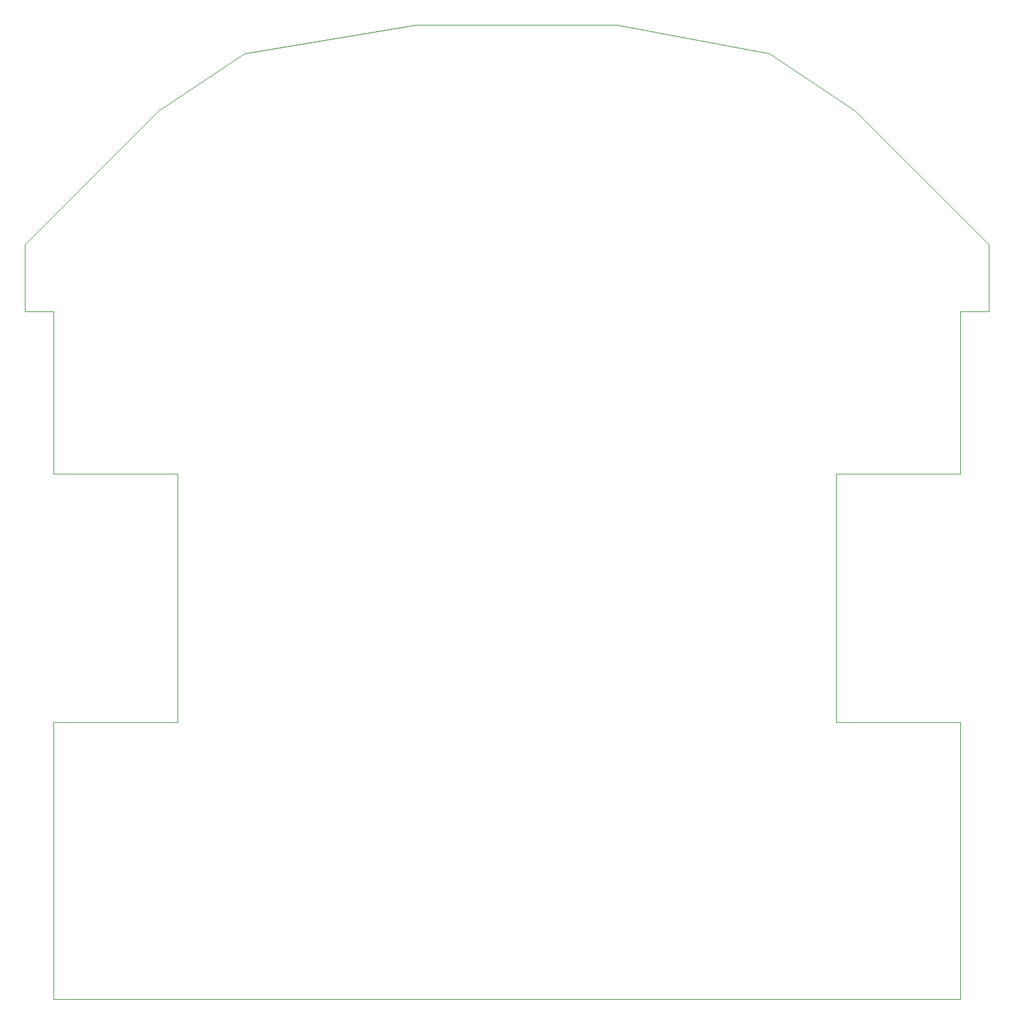
<source format=gm1>
G04 #@! TF.GenerationSoftware,KiCad,Pcbnew,8.0.4*
G04 #@! TF.CreationDate,2024-08-16T09:30:41-05:00*
G04 #@! TF.ProjectId,MotorBoardv3_2,4d6f746f-7242-46f6-9172-6476335f322e,V2.0.2b*
G04 #@! TF.SameCoordinates,Original*
G04 #@! TF.FileFunction,Profile,NP*
%FSLAX46Y46*%
G04 Gerber Fmt 4.6, Leading zero omitted, Abs format (unit mm)*
G04 Created by KiCad (PCBNEW 8.0.4) date 2024-08-16 09:30:41*
%MOMM*%
%LPD*%
G01*
G04 APERTURE LIST*
G04 #@! TA.AperFunction,Profile*
%ADD10C,0.100000*%
G04 #@! TD*
G04 APERTURE END LIST*
D10*
X143510000Y-27940000D02*
X154940000Y-35560000D01*
X172720000Y-53340000D01*
X172720000Y-62230000D01*
X168910000Y-62230000D01*
X168910000Y-83820000D01*
X152400000Y-83820000D01*
X152400000Y-116840000D01*
X168910000Y-116840000D01*
X168910000Y-153670000D01*
X48260000Y-153670000D01*
X48260000Y-116840000D01*
X64770000Y-116840000D01*
X64770000Y-83820000D01*
X48260000Y-83820000D01*
X48260000Y-62230000D01*
X44450000Y-62230000D01*
X44450000Y-53340000D01*
X62230000Y-35560000D01*
X73660000Y-27940000D01*
X96520000Y-24130000D01*
X123190000Y-24130000D01*
X143510000Y-27940000D01*
M02*

</source>
